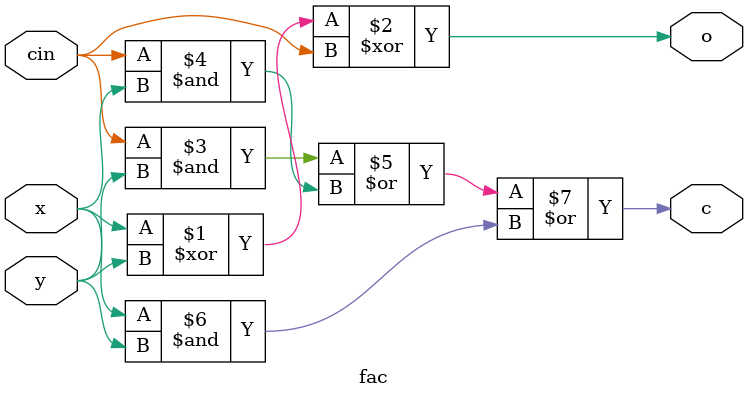
<source format=v>
module fac#(parameter k=16)(
  input x,y,cin,
  output o,c);
  
  assign o=x^y^cin;
  assign c=cin&y|cin&x|x&y;
endmodule
</source>
